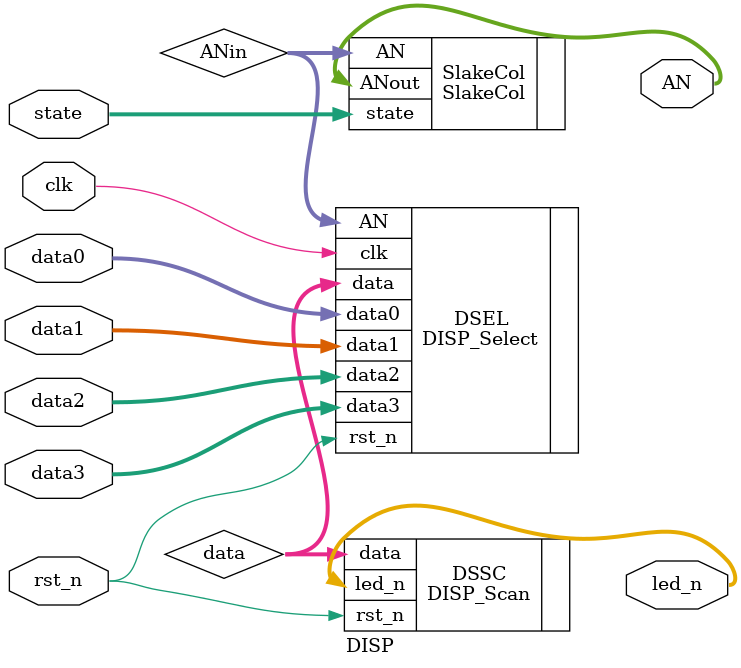
<source format=v>
`timescale 1ns / 1ps


module DISP(
    input wire  rst_n,
    input wire [1:0] state,
    input wire clk,//250Hz
    input wire [3:0] data0,data1,data2,data3,
    output wire [3:0] AN,
    output wire [1:8] led_n
    
    );
    wire [3:0] data;
    wire [3:0] ANin;
 DISP_Scan  DSSC
(
    .data(data),
    .rst_n(rst_n),
    .led_n(led_n)  
);   

DISP_Select DSEL
(
    .rst_n(rst_n),
    .clk(clk),//250Hz
    .data0(data0),.data1(data1),.data2(data2),.data3(data3),
    .data(data),
    .AN(ANin)
    );    
    
SlakeCol SlakeCol
(
    .state(state),
    .AN(ANin),
    .ANout(AN)
); 
endmodule

</source>
